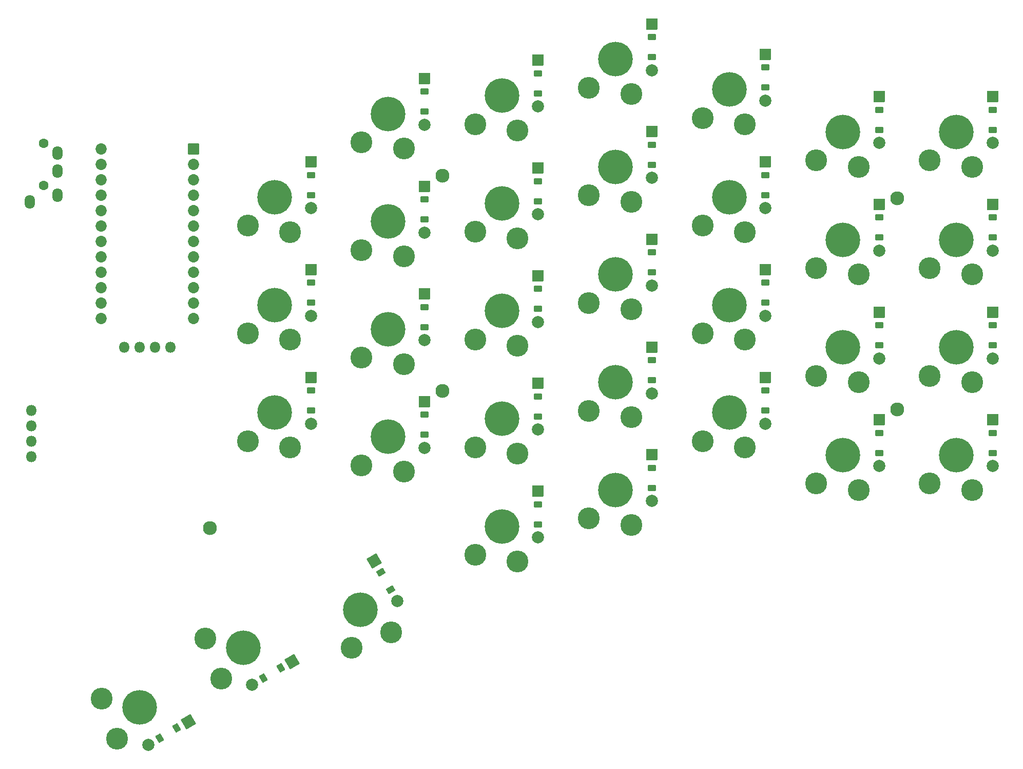
<source format=gbr>
%TF.GenerationSoftware,KiCad,Pcbnew,9.0.7*%
%TF.CreationDate,2026-01-28T22:47:07+01:00*%
%TF.ProjectId,board_right_finished,626f6172-645f-4726-9967-68745f66696e,v1.0.0*%
%TF.SameCoordinates,Original*%
%TF.FileFunction,Soldermask,Top*%
%TF.FilePolarity,Negative*%
%FSLAX46Y46*%
G04 Gerber Fmt 4.6, Leading zero omitted, Abs format (unit mm)*
G04 Created by KiCad (PCBNEW 9.0.7) date 2026-01-28 22:47:07*
%MOMM*%
%LPD*%
G01*
G04 APERTURE LIST*
G04 Aperture macros list*
%AMRoundRect*
0 Rectangle with rounded corners*
0 $1 Rounding radius*
0 $2 $3 $4 $5 $6 $7 $8 $9 X,Y pos of 4 corners*
0 Add a 4 corners polygon primitive as box body*
4,1,4,$2,$3,$4,$5,$6,$7,$8,$9,$2,$3,0*
0 Add four circle primitives for the rounded corners*
1,1,$1+$1,$2,$3*
1,1,$1+$1,$4,$5*
1,1,$1+$1,$6,$7*
1,1,$1+$1,$8,$9*
0 Add four rect primitives between the rounded corners*
20,1,$1+$1,$2,$3,$4,$5,0*
20,1,$1+$1,$4,$5,$6,$7,0*
20,1,$1+$1,$6,$7,$8,$9,0*
20,1,$1+$1,$8,$9,$2,$3,0*%
G04 Aperture macros list end*
%ADD10RoundRect,0.050000X-0.889000X0.889000X-0.889000X-0.889000X0.889000X-0.889000X0.889000X0.889000X0*%
%ADD11RoundRect,0.050000X-0.600000X0.450000X-0.600000X-0.450000X0.600000X-0.450000X0.600000X0.450000X0*%
%ADD12C,2.005000*%
%ADD13O,1.800000X1.800000*%
%ADD14C,2.300000*%
%ADD15RoundRect,0.050000X-1.214397X0.325397X-0.325397X-1.214397X1.214397X-0.325397X0.325397X1.214397X0*%
%ADD16RoundRect,0.050000X-0.744615X0.089711X-0.294615X-0.689711X0.744615X-0.089711X0.294615X0.689711X0*%
%ADD17RoundRect,0.050000X-0.876300X0.876300X-0.876300X-0.876300X0.876300X-0.876300X0.876300X0.876300X0*%
%ADD18C,1.852600*%
%ADD19C,1.600000*%
%ADD20O,1.700000X2.300000*%
%ADD21RoundRect,0.050000X0.325397X1.214397X-1.214397X0.325397X-0.325397X-1.214397X1.214397X-0.325397X0*%
%ADD22RoundRect,0.050000X0.089711X0.744615X-0.689711X0.294615X-0.089711X-0.744615X0.689711X-0.294615X0*%
%ADD23C,5.700000*%
%ADD24C,3.600000*%
G04 APERTURE END LIST*
D10*
%TO.C,D12*%
X236021500Y-71590000D03*
D11*
X236021500Y-73750000D03*
X236021500Y-77050000D03*
D12*
X236021500Y-79210000D03*
%TD*%
D10*
%TO.C,D21*%
X198521500Y-90340000D03*
D11*
X198521500Y-92500000D03*
X198521500Y-95800000D03*
D12*
X198521500Y-97960000D03*
%TD*%
D10*
%TO.C,D20*%
X198521500Y-108090000D03*
D11*
X198521500Y-110250000D03*
X198521500Y-113550000D03*
D12*
X198521500Y-115710000D03*
%TD*%
D10*
%TO.C,D29*%
X161021500Y-89340000D03*
D11*
X161021500Y-91500000D03*
X161021500Y-94800000D03*
D12*
X161021500Y-96960000D03*
%TD*%
D10*
%TO.C,D18*%
X198521500Y-143590000D03*
D11*
X198521500Y-145750000D03*
X198521500Y-149050000D03*
D12*
X198521500Y-151210000D03*
%TD*%
D10*
%TO.C,D10*%
X236021500Y-107090000D03*
D11*
X236021500Y-109250000D03*
X236021500Y-112550000D03*
D12*
X236021500Y-114710000D03*
%TD*%
D13*
%TO.C,DISP1*%
X130256500Y-119850000D03*
X132796500Y-119850000D03*
X135336500Y-119850000D03*
X137876500Y-119850000D03*
%TD*%
D14*
%TO.C,MH2*%
X257771500Y-130100000D03*
%TD*%
%TO.C,MH3*%
X182771500Y-127100000D03*
%TD*%
D10*
%TO.C,D9*%
X236021500Y-124840000D03*
D11*
X236021500Y-127000000D03*
X236021500Y-130300000D03*
D12*
X236021500Y-132460000D03*
%TD*%
D10*
%TO.C,D7*%
X254771500Y-96340000D03*
D11*
X254771500Y-98500000D03*
X254771500Y-101800000D03*
D12*
X254771500Y-103960000D03*
%TD*%
D10*
%TO.C,D4*%
X273521500Y-78590000D03*
D11*
X273521500Y-80750000D03*
X273521500Y-84050000D03*
D12*
X273521500Y-86210000D03*
%TD*%
D10*
%TO.C,D27*%
X161021500Y-124840000D03*
D11*
X161021500Y-127000000D03*
X161021500Y-130300000D03*
D12*
X161021500Y-132460000D03*
%TD*%
D10*
%TO.C,D14*%
X217271500Y-119840000D03*
D11*
X217271500Y-122000000D03*
X217271500Y-125300000D03*
D12*
X217271500Y-127460000D03*
%TD*%
D10*
%TO.C,D25*%
X179771500Y-93340000D03*
D11*
X179771500Y-95500000D03*
X179771500Y-98800000D03*
D12*
X179771500Y-100960000D03*
%TD*%
D15*
%TO.C,D30*%
X171464600Y-155118343D03*
D16*
X172544600Y-156988958D03*
X174194600Y-159846842D03*
D12*
X175274600Y-161717457D03*
%TD*%
D17*
%TO.C,MCU1*%
X141686500Y-87180000D03*
D18*
X141686500Y-89720000D03*
X141686500Y-92260000D03*
X141686500Y-94800000D03*
X141686500Y-97340000D03*
X141686500Y-99880000D03*
X141686500Y-102420000D03*
X141686500Y-104960000D03*
X141686500Y-107500000D03*
X141686500Y-110040000D03*
X141686500Y-112580000D03*
X141686500Y-115120000D03*
X126446500Y-87180000D03*
X126446500Y-89720000D03*
X126446500Y-92260000D03*
X126446500Y-94800000D03*
X126446500Y-97340000D03*
X126446500Y-99880000D03*
X126446500Y-102420000D03*
X126446500Y-104960000D03*
X126446500Y-107500000D03*
X126446500Y-110040000D03*
X126446500Y-112580000D03*
X126446500Y-115120000D03*
%TD*%
D10*
%TO.C,D24*%
X179771500Y-111090000D03*
D11*
X179771500Y-113250000D03*
X179771500Y-116550000D03*
D12*
X179771500Y-118710000D03*
%TD*%
D19*
%TO.C,TRRS1*%
X116921500Y-86250000D03*
X116921500Y-93250000D03*
D20*
X119221500Y-87850000D03*
X119221500Y-90850000D03*
X119221500Y-94850000D03*
X114621500Y-95950000D03*
%TD*%
D10*
%TO.C,D11*%
X236021500Y-89340000D03*
D11*
X236021500Y-91500000D03*
X236021500Y-94800000D03*
D12*
X236021500Y-96960000D03*
%TD*%
D10*
%TO.C,D13*%
X217271500Y-137590000D03*
D11*
X217271500Y-139750000D03*
X217271500Y-143050000D03*
D12*
X217271500Y-145210000D03*
%TD*%
D10*
%TO.C,D6*%
X254771500Y-114090000D03*
D11*
X254771500Y-116250000D03*
X254771500Y-119550000D03*
D12*
X254771500Y-121710000D03*
%TD*%
D21*
%TO.C,D32*%
X140785457Y-181560500D03*
D22*
X138914842Y-182640500D03*
X136056958Y-184290500D03*
D12*
X134186343Y-185370500D03*
%TD*%
D10*
%TO.C,D22*%
X198521500Y-72590000D03*
D11*
X198521500Y-74750000D03*
X198521500Y-78050000D03*
D12*
X198521500Y-80210000D03*
%TD*%
D10*
%TO.C,D5*%
X254771500Y-131840000D03*
D11*
X254771500Y-134000000D03*
X254771500Y-137300000D03*
D12*
X254771500Y-139460000D03*
%TD*%
D10*
%TO.C,D3*%
X273521500Y-96340000D03*
D11*
X273521500Y-98500000D03*
X273521500Y-101800000D03*
D12*
X273521500Y-103960000D03*
%TD*%
D10*
%TO.C,D15*%
X217271500Y-102090000D03*
D11*
X217271500Y-104250000D03*
X217271500Y-107550000D03*
D12*
X217271500Y-109710000D03*
%TD*%
D10*
%TO.C,D23*%
X179771500Y-128840000D03*
D11*
X179771500Y-131000000D03*
X179771500Y-134300000D03*
D12*
X179771500Y-136460000D03*
%TD*%
D14*
%TO.C,MH1*%
X257771500Y-95350000D03*
%TD*%
D10*
%TO.C,D19*%
X198521500Y-125840000D03*
D11*
X198521500Y-128000000D03*
X198521500Y-131300000D03*
D12*
X198521500Y-133460000D03*
%TD*%
D14*
%TO.C,MH5*%
X144417900Y-149672100D03*
%TD*%
D10*
%TO.C,D26*%
X179771500Y-75590000D03*
D11*
X179771500Y-77750000D03*
X179771500Y-81050000D03*
D12*
X179771500Y-83210000D03*
%TD*%
D21*
%TO.C,D31*%
X157932757Y-171660500D03*
D22*
X156062142Y-172740500D03*
X153204258Y-174390500D03*
D12*
X151333643Y-175470500D03*
%TD*%
D10*
%TO.C,D28*%
X161021500Y-107090000D03*
D11*
X161021500Y-109250000D03*
X161021500Y-112550000D03*
D12*
X161021500Y-114710000D03*
%TD*%
D14*
%TO.C,MH4*%
X182771500Y-91600000D03*
%TD*%
D10*
%TO.C,D8*%
X254771500Y-78590000D03*
D11*
X254771500Y-80750000D03*
X254771500Y-84050000D03*
D12*
X254771500Y-86210000D03*
%TD*%
D10*
%TO.C,D16*%
X217271500Y-84340000D03*
D11*
X217271500Y-86500000D03*
X217271500Y-89800000D03*
D12*
X217271500Y-91960000D03*
%TD*%
D10*
%TO.C,D17*%
X217271500Y-66590000D03*
D11*
X217271500Y-68750000D03*
X217271500Y-72050000D03*
D12*
X217271500Y-74210000D03*
%TD*%
D13*
%TO.C,I2COut*%
X114946500Y-130300000D03*
X114946500Y-132840000D03*
X114946500Y-135380000D03*
X114946500Y-137920000D03*
%TD*%
D10*
%TO.C,D1*%
X273521500Y-131840000D03*
D11*
X273521500Y-134000000D03*
X273521500Y-137300000D03*
D12*
X273521500Y-139460000D03*
%TD*%
D10*
%TO.C,D2*%
X273521500Y-114090000D03*
D11*
X273521500Y-116250000D03*
X273521500Y-119550000D03*
D12*
X273521500Y-121710000D03*
%TD*%
D23*
%TO.C,S22*%
X192521500Y-78400000D03*
D24*
X188121500Y-83100000D03*
X195121500Y-84150000D03*
%TD*%
D23*
%TO.C,S17*%
X211271500Y-72400000D03*
D24*
X206871500Y-77100000D03*
X213871500Y-78150000D03*
%TD*%
D23*
%TO.C,S9*%
X230021500Y-130650000D03*
D24*
X225621500Y-135350000D03*
X232621500Y-136400000D03*
%TD*%
D23*
%TO.C,S12*%
X230021500Y-77400000D03*
D24*
X225621500Y-82100000D03*
X232621500Y-83150000D03*
%TD*%
D23*
%TO.C,S6*%
X248771500Y-119900000D03*
D24*
X244371500Y-124600000D03*
X251371500Y-125650000D03*
%TD*%
D23*
%TO.C,S32*%
X132753800Y-179269400D03*
D24*
X126483481Y-177808888D03*
X129074154Y-184396066D03*
%TD*%
D23*
%TO.C,S1*%
X267521500Y-137650000D03*
D24*
X263121500Y-142350000D03*
X270121500Y-143400000D03*
%TD*%
D23*
%TO.C,S14*%
X211271500Y-125650000D03*
D24*
X206871500Y-130350000D03*
X213871500Y-131400000D03*
%TD*%
D23*
%TO.C,S13*%
X211271500Y-143400000D03*
D24*
X206871500Y-148100000D03*
X213871500Y-149150000D03*
%TD*%
D23*
%TO.C,S5*%
X248771500Y-137650000D03*
D24*
X244371500Y-142350000D03*
X251371500Y-143400000D03*
%TD*%
D23*
%TO.C,S20*%
X192521500Y-113900000D03*
D24*
X188121500Y-118600000D03*
X195121500Y-119650000D03*
%TD*%
D23*
%TO.C,S30*%
X169173400Y-163150000D03*
D24*
X167712888Y-169420319D03*
X174300066Y-166829646D03*
%TD*%
D23*
%TO.C,S15*%
X211271500Y-107900000D03*
D24*
X206871500Y-112600000D03*
X213871500Y-113650000D03*
%TD*%
D23*
%TO.C,S3*%
X267521500Y-102150000D03*
D24*
X263121500Y-106850000D03*
X270121500Y-107900000D03*
%TD*%
D23*
%TO.C,S8*%
X248771500Y-84400000D03*
D24*
X244371500Y-89100000D03*
X251371500Y-90150000D03*
%TD*%
D23*
%TO.C,S26*%
X173771500Y-81400000D03*
D24*
X169371500Y-86100000D03*
X176371500Y-87150000D03*
%TD*%
D23*
%TO.C,S28*%
X155021500Y-112900000D03*
D24*
X150621500Y-117600000D03*
X157621500Y-118650000D03*
%TD*%
D23*
%TO.C,S29*%
X155021500Y-95150000D03*
D24*
X150621500Y-99850000D03*
X157621500Y-100900000D03*
%TD*%
D23*
%TO.C,S18*%
X192521500Y-149400000D03*
D24*
X188121500Y-154100000D03*
X195121500Y-155150000D03*
%TD*%
D23*
%TO.C,S10*%
X230021500Y-112900000D03*
D24*
X225621500Y-117600000D03*
X232621500Y-118650000D03*
%TD*%
D23*
%TO.C,S2*%
X267521500Y-119900000D03*
D24*
X263121500Y-124600000D03*
X270121500Y-125650000D03*
%TD*%
D23*
%TO.C,S16*%
X211271500Y-90150000D03*
D24*
X206871500Y-94850000D03*
X213871500Y-95900000D03*
%TD*%
D23*
%TO.C,S11*%
X230021500Y-95150000D03*
D24*
X225621500Y-99850000D03*
X232621500Y-100900000D03*
%TD*%
D23*
%TO.C,S4*%
X267521500Y-84400000D03*
D24*
X263121500Y-89100000D03*
X270121500Y-90150000D03*
%TD*%
D23*
%TO.C,S7*%
X248771500Y-102150000D03*
D24*
X244371500Y-106850000D03*
X251371500Y-107900000D03*
%TD*%
D23*
%TO.C,S31*%
X149901100Y-169369400D03*
D24*
X143630781Y-167908888D03*
X146221454Y-174496066D03*
%TD*%
D23*
%TO.C,S24*%
X173771500Y-116900000D03*
D24*
X169371500Y-121600000D03*
X176371500Y-122650000D03*
%TD*%
D23*
%TO.C,S25*%
X173771500Y-99150000D03*
D24*
X169371500Y-103850000D03*
X176371500Y-104900000D03*
%TD*%
D23*
%TO.C,S19*%
X192521500Y-131650000D03*
D24*
X188121500Y-136350000D03*
X195121500Y-137400000D03*
%TD*%
D23*
%TO.C,S27*%
X155021500Y-130650000D03*
D24*
X150621500Y-135350000D03*
X157621500Y-136400000D03*
%TD*%
D23*
%TO.C,S21*%
X192521500Y-96150000D03*
D24*
X188121500Y-100850000D03*
X195121500Y-101900000D03*
%TD*%
D23*
%TO.C,S23*%
X173771500Y-134650000D03*
D24*
X169371500Y-139350000D03*
X176371500Y-140400000D03*
%TD*%
M02*

</source>
